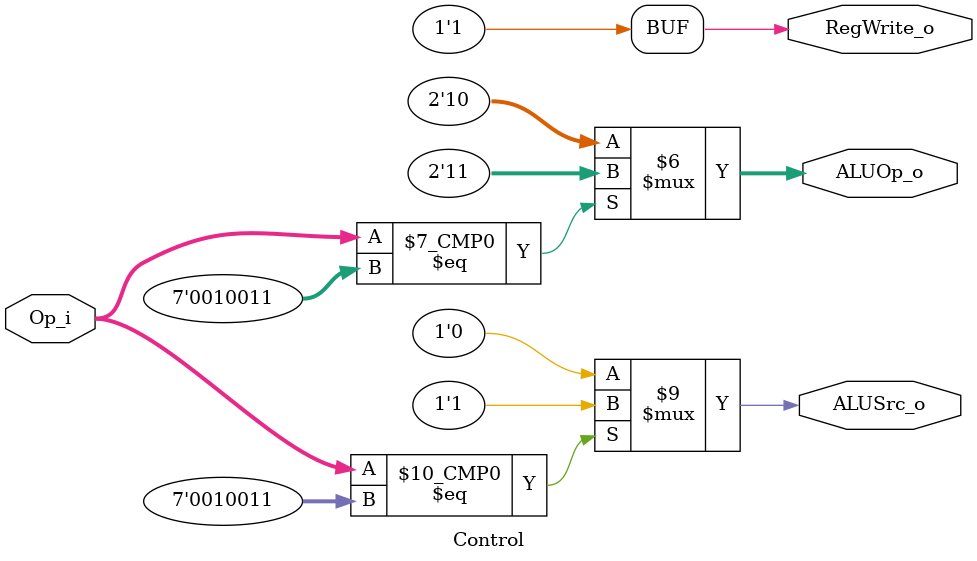
<source format=v>

module Control(Op_i, ALUOp_o, ALUSrc_o, RegWrite_o);
input [6:0] Op_i; // 7-bit opcode in instruction
output reg [1:0] ALUOp_o; // 2-bit // load or store: 00; branch: 01; R-type: 10; others I'll use 11
output reg ALUSrc_o; // 1-bit, select = 1-> output immed(B), otherwise output regB(A)
output reg RegWrite_o; //1-bit, 有rd(dest reg) = 1

always @(*) begin
    case (Op_i)
        7'b0110011:begin
            // R-type instruction
            ALUSrc_o = 1'b0;
            ALUOp_o = 2'b10;
            RegWrite_o = 1'b1;
            end
        7'b0010011:begin
            // I-type
            ALUSrc_o = 1'b1;
            ALUOp_o = 2'b11;
            RegWrite_o = 1'b1;
        end
        default:begin
            // default R-type
            ALUSrc_o = 1'b0;
            ALUOp_o = 2'b10;
            RegWrite_o = 1'b1;
            end
    endcase
end
endmodule

/*
// test bench
module Control_tb;
reg [6:0] A;
// output signal
wire [1:0] Aop;
wire Asc;
wire Rw;
Control uut(A, Aop, Asc, Rw); //by-order passing arguments
initial
	begin
		$dumpfile("Control_tb.vcd"); //fsdb較大 vcd較快
		$dumpvars(0, Control_tb);
		#50 A =7'b0110011;
        #50 A =7'b0110011;
        #50 A =7'b0110011;
        #50 A =7'b0010011; //
        #50 A =7'b0110011;
        #50 A =7'b0010011; //
		#50 $finish;
	end
endmodule
*/
</source>
